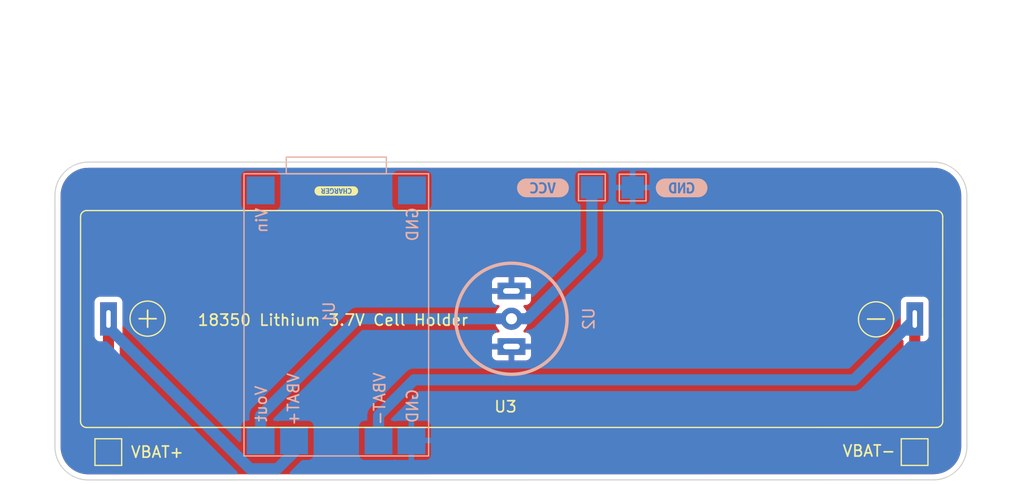
<source format=kicad_pcb>
(kicad_pcb (version 20211014) (generator pcbnew)
  (layers (0 "F.Cu" signal) (31 "B.Cu" signal) (34 "B.Paste" user) (35 "F.Paste" user) (36 "B.SilkS" user "B.Silkscreen") (37 "F.SilkS" user "F.Silkscreen") (38 "B.Mask" user) (39 "F.Mask" user) (44 "Edge.Cuts" user))
  (net 0 "")
  (net 3 "Net-(U1-Pad3)")
  (net 4 "Net-(U1-Pad5)")
  (net 5 "Net-(U1-Pad6)")
  (net 6 "GND")
  (footprint "TestPoint:TestPoint_Pad_2.0x2.0mm" (layer "F.Cu") (at 102.8 102.5)
    (fp_text reference "VBAT+" (at 4.4 0) (layer "F.SilkS"))
    (fp_text value "TestPoint_Pad_2.0x2.0mm")
    (fp_line (start -1.2 1.2) (end -1.2 -1.2) (layer "F.SilkS") (width 0.12))
    (fp_line (start -1.2 -1.2) (end 1.2 -1.2) (layer "F.SilkS") (width 0.12))
    (fp_line (start 1.2 1.2) (end -1.2 1.2) (layer "F.SilkS") (width 0.12))
    (fp_line (start 1.2 -1.2) (end 1.2 1.2) (layer "F.SilkS") (width 0.12))
    (pad "1" smd rect locked (at 0 0) (size 2 2) (layers "F.Cu" "F.Mask") (net 4 "Net-(U1-Pad5)"))
  )
  (footprint "TestPoint:TestPoint_Pad_2.0x2.0mm" (layer "F.Cu") (at 175.3 102.5)
    (fp_text reference "VBAT-" (at -4.1 -0.1) (layer "F.SilkS"))
    (fp_text value "TestPoint_Pad_2.0x2.0mm")
    (fp_line (start 1.2 -1.2) (end 1.2 1.2) (layer "F.SilkS") (width 0.12))
    (fp_line (start 1.2 1.2) (end -1.2 1.2) (layer "F.SilkS") (width 0.12))
    (fp_line (start -1.2 1.2) (end -1.2 -1.2) (layer "F.SilkS") (width 0.12))
    (fp_line (start -1.2 -1.2) (end 1.2 -1.2) (layer "F.SilkS") (width 0.12))
    (pad "1" smd rect locked (at 0 0) (size 2 2) (layers "F.Cu" "F.Mask") (net 5 "Net-(U1-Pad6)"))
  )
  (footprint "NewLibraryFootprint:18350-Holder" (layer "F.Cu") (at 175.314644 90.521091)
    (fp_text reference "U3" (at -36.8 7.9 unlocked) (layer "F.SilkS"))
    (fp_text value "18350-HOLDER")
    (fp_text user "-" (at -3.481138 -0.15 unlocked) (layer "F.SilkS") (effects (font (size 2 2))))
    (fp_text user "18350 Lithium 3.7V Cell Holder" (at -52.314644 0.1 unlocked) (layer "F.SilkS"))
    (fp_text user "+" (at -68.981138 -0.181138 unlocked) (layer "F.SilkS") (effects (font (size 2 2))))
    (fp_line (start -74.464644 9.764644) (end 1.961091 9.761091) (layer "F.SilkS") (width 0.12))
    (fp_line (start -75.011091 -9.211091) (end -75.014644 9.214644) (layer "F.SilkS") (width 0.12))
    (fp_line (start 2.5 0) (end 2.511091 -9.211091) (layer "F.SilkS") (width 0.12))
    (fp_line (start -74.461091 -9.761091) (end 1.961091 -9.761091) (layer "F.SilkS") (width 0.12))
    (fp_line (start 2.511091 9.211091) (end 2.5 0) (layer "F.SilkS") (width 0.12))
    (fp_arc (start -74.464644 9.764644) (mid -74.853553 9.603553) (end -75.014644 9.214644) (layer "F.SilkS") (width 0.12))
    (fp_arc (start 1.961091 -9.761091) (mid 2.350002 -9.600002) (end 2.511091 -9.211091) (layer "F.SilkS") (width 0.12))
    (fp_arc (start 2.511091 9.211091) (mid 2.349999 9.599999) (end 1.961091 9.761091) (layer "F.SilkS") (width 0.12))
    (fp_arc (start -75.011091 -9.211091) (mid -74.85 -9.6) (end -74.461091 -9.761091) (layer "F.SilkS") (width 0.12))
    (fp_circle (center -68.981138 -0.031138) (end -67.481138 -0.531138) (layer "F.SilkS") (width 0.12) (fill none))
    (fp_circle (center -3.481138 0.031984) (end -1.981138 -0.468016) (layer "F.SilkS") (width 0.12) (fill none))
    (pad "1" thru_hole rect locked (at -72.5 0 270) (size 3 1.5) (drill oval 1.6 0.4) (layers *.Cu *.Mask) (net 4 "Net-(U1-Pad5)"))
    (pad "2" thru_hole rect locked (at 0 0 90) (size 3 1.5) (drill oval 1.6 0.4) (layers *.Cu *.Mask) (net 5 "Net-(U1-Pad6)"))
  )
  (footprint "kibuzzard-63271A4C" (layer "F.Cu") (at 123.3 79 180)
    (fp_text reference "kibuzzard-63271A4C" hide)
    (fp_text value "G***" hide)
    (fp_poly (pts (xy -0.404019 -0.150019) (xy -0.418703 -0.097234) (xy -0.431403 -0.048022) (xy -0.442516 0.000794) (xy -0.452438 0.051594) (xy -0.356394 0.051594) (xy -0.365919 0.000794) (xy -0.376634 -0.048022) (xy -0.389334 -0.097234) (xy -0.404019 -0.150019)) (layer "F.SilkS") (width 0) (fill solid))
    (fp_poly (pts (xy 1.242219 -0.090488) (xy 1.236266 -0.124222) (xy 1.218406 -0.147638) (xy 1.190823 -0.16133) (xy 1.1557 -0.165894) (xy 1.142206 -0.165497) (xy 1.126331 -0.163513) (xy 1.126331 -0.015875) (xy 1.147763 -0.015875) (xy 1.190823 -0.020737) (xy 1.219994 -0.035322) (xy 1.242219 -0.090488)) (layer "F.SilkS") (width 0) (fill solid))
    (fp_poly (pts (xy 0.051594 -0.090488) (xy 0.045641 -0.124222) (xy 0.027781 -0.147638) (xy 0.000198 -0.16133) (xy -0.034925 -0.165894) (xy -0.048419 -0.165497) (xy -0.064294 -0.163513) (xy -0.064294 -0.015875) (xy -0.042862 -0.015875) (xy 0.000198 -0.020737) (xy 0.029369 -0.035322) (xy 0.051594 -0.090488)) (layer "F.SilkS") (width 0) (fill solid))
    (fp_poly (pts (xy -1.373981 -0.421746) (xy -1.539346 -0.421746) (xy -1.580684 -0.419715) (xy -1.621624 -0.413642) (xy -1.661772 -0.403586) (xy -1.700741 -0.389642) (xy -1.738155 -0.371947) (xy -1.773655 -0.350669) (xy -1.806899 -0.326014) (xy -1.837565 -0.298219) (xy -1.86536 -0.267553) (xy -1.890015 -0.234309) (xy -1.911292 -0.19881) (xy -1.928988 -0.161395) (xy -1.942931 -0.122426) (xy -1.952988 -0.082279) (xy -1.959061 -0.041338) (xy -1.961092 0) (xy -1.959061 0.041338) (xy -1.952988 0.082279) (xy -1.942931 0.122426) (xy -1.928988 0.161395) (xy -1.911292 0.19881) (xy -1.890015 0.234309) (xy -1.86536 0.267553) (xy -1.837565 0.298219) (xy -1.806899 0.326014) (xy -1.773655 0.350669) (xy -1.738155 0.371947) (xy -1.700741 0.389642) (xy -1.661772 0.403586) (xy -1.621624 0.413642) (xy -1.580684 0.419715) (xy -1.539346 0.421746) (xy -1.373981 0.421746) (xy -1.160463 0.421746) (xy -1.160463 0.256381) (xy -1.224315 0.248973) (xy -1.277232 0.226748) (xy -1.319213 0.189706) (xy -1.343174 0.152846) (xy -1.360289 0.108942) (xy -1.370558 0.057993) (xy -1.373981 0) (xy -1.369814 -0.057745) (xy -1.357313 -0.108744) (xy -1.33737 -0.152698) (xy -1.310878 -0.189309) (xy -1.278334 -0.218281) (xy -1.240234 -0.239316) (xy -1.197471 -0.252115) (xy -1.150938 -0.256381) (xy -1.103709 -0.252016) (xy -1.0668 -0.242094) (xy -1.040209 -0.230188) (xy -1.023938 -0.220663) (xy -1.049338 -0.142875) (xy -1.093391 -0.163116) (xy -1.152525 -0.17145) (xy -1.197372 -0.163116) (xy -1.236266 -0.135334) (xy -1.264047 -0.083344) (xy -1.272084 -0.046831) (xy -1.274763 -0.002381) (xy -1.271543 0.049345) (xy -1.261886 0.09234) (xy -1.245791 0.126603) (xy -1.207591 0.160238) (xy -1.150938 0.17145) (xy -1.087834 0.162719) (xy -1.04775 0.145256) (xy -1.023144 0.22225) (xy -1.079103 0.245666) (xy -1.117104 0.253702) (xy -1.160463 0.256381) (xy -1.160463 0.421746) (xy -0.637381 0.421746) (xy -0.637381 0.246062) (xy -0.735013 0.246062) (xy -0.735013 0.029369) (xy -0.865188 0.029369) (xy -0.865188 0.246062) (xy -0.962819 0.246062) (xy -0.962819 -0.245269) (xy -0.865188 -0.245269) (xy -0.865188 -0.051594) (xy -0.735013 -0.051594) (xy -0.735013 -0.245269) (xy -0.637381 -0.245269) (xy -0.637381 0.246062) (xy -0.637381 0.421746) (xy -0.316706 0.421746) (xy -0.316706 0.246062) (xy -0.339725 0.132556) (xy -0.470694 0.132556) (xy -0.492919 0.246062) (xy -0.594519 0.246062) (xy -0.580517 0.188992) (xy -0.566452 0.133985) (xy -0.552323 0.081042) (xy -0.538131 0.030162) (xy -0.523875 -0.018653) (xy -0.506164 -0.077614) (xy -0.488752 -0.135037) (xy -0.471636 -0.190922) (xy -0.454819 -0.245269) (xy -0.348456 -0.245269) (xy -0.331019 -0.190475) (xy -0.31363 -0.134045) (xy -0.296292 -0.075977) (xy -0.279003 -0.016272) (xy -0.265271 0.032956) (xy -0.251698 0.083804) (xy -0.238284 0.136271) (xy -0.225028 0.190357) (xy -0.211931 0.246062) (xy -0.316706 0.246062) (xy -0.316706 0.421746) (xy 0.183356 0.421746) (xy 0.183356 0.246062) (xy 0.080963 0.246062) (xy 0.061218 0.19933) (xy 0.038497 0.154384) (xy 0.013395 0.110034) (xy -0.013494 0.065087) (xy -0.064294 0.065087) (xy -0.064294 0.246062) (xy -0.161925 0.246062) (xy -0.161925 -0.238125) (xy -0.130572 -0.244078) (xy -0.096044 -0.248047) (xy -0.062706 -0.250031) (xy -0.034925 -0.250825) (xy 0.005159 -0.248444) (xy 0.041275 -0.2413) (xy 0.073025 -0.229195) (xy 0.100013 -0.211931) (xy 0.137716 -0.161528) (xy 0.147538 -0.12829) (xy 0.150813 -0.089694) (xy 0.146447 -0.048816) (xy 0.13335 -0.011906) (xy 0.110133 0.018852) (xy 0.075406 0.041275) (xy 0.103981 0.086916) (xy 0.13335 0.139303) (xy 0.160734 0.194072) (xy 0.183356 0.246062) (xy 0.183356 0.421746) (xy 0.414337 0.421746) (xy 0.414337 0.256381) (xy 0.370582 0.252313) (xy 0.331391 0.240109) (xy 0.29716 0.219869) (xy 0.268288 0.191691) (xy 0.24507 0.155575) (xy 0.227806 0.111522) (xy 0.217091 0.05963) (xy 0.213519 0) (xy 0.217686 -0.059035) (xy 0.230188 -0.110728) (xy 0.249833 -0.15488) (xy 0.275431 -0.191294) (xy 0.306586 -0.21977) (xy 0.3429 -0.240109) (xy 0.383183 -0.252313) (xy 0.426244 -0.256381) (xy 0.477441 -0.252016) (xy 0.516731 -0.242094) (xy 0.544116 -0.230188) (xy 0.560388 -0.220663) (xy 0.534988 -0.142875) (xy 0.492125 -0.162719) (xy 0.439738 -0.17145) (xy 0.381 -0.15875) (xy 0.341709 -0.123428) (xy 0.319484 -0.069453) (xy 0.314424 -0.036413) (xy 0.312738 0) (xy 0.315824 0.053578) (xy 0.325085 0.096837) (xy 0.340519 0.129778) (xy 0.374848 0.161032) (xy 0.422275 0.17145) (xy 0.441325 0.170656) (xy 0.460375 0.168275) (xy 0.460375 -0.011113) (xy 0.558006 -0.011113) (xy 0.558006 0.234156) (xy 0.503634 0.248444) (xy 0.462855 0.254397) (xy 0.414337 0.256381) (xy 0.414337 0.421746) (xy 0.638969 0.421746) (xy 0.638969 0.246062) (xy 0.638969 -0.245269) (xy 0.936625 -0.245269) (xy 0.936625 -0.164306) (xy 0.7366 -0.164306) (xy 0.7366 -0.053975) (xy 0.910431 -0.053975) (xy 0.910431 0.026987) (xy 0.7366 0.026987) (xy 0.7366 0.1651) (xy 0.954088 0.1651) (xy 0.954088 0.246062) (xy 0.638969 0.246062) (xy 0.638969 0.421746) (xy 1.373981 0.421746) (xy 1.373981 0.246062) (xy 1.271588 0.246062) (xy 1.251843 0.19933) (xy 1.229122 0.154384) (xy 1.20402 0.110034) (xy 1.177131 0.065087) (xy 1.126331 0.065087) (xy 1.126331 0.246062) (xy 1.0287 0.246062) (xy 1.0287 -0.238125) (xy 1.060053 -0.244078) (xy 1.094581 -0.248047) (xy 1.127919 -0.250031) (xy 1.1557 -0.250825) (xy 1.195784 -0.248444) (xy 1.2319 -0.2413) (xy 1.26365 -0.229195) (xy 1.290638 -0.211931) (xy 1.328341 -0.161528) (xy 1.338163 -0.12829) (xy 1.341437 -0.089694) (xy 1.337072 -0.048816) (xy 1.323975 -0.011906) (xy 1.300758 0.018852) (xy 1.266031 0.041275) (xy 1.294606 0.086916) (xy 1.323975 0.139303) (xy 1.351359 0.194072) (xy 1.373981 0.246062) (xy 1.373981 0.421746) (xy 1.539346 0.421746) (xy 1.580684 0.419715) (xy 1.621624 0.413642) (xy 1.661772 0.403586) (xy 1.700741 0.389642) (xy 1.738155 0.371947) (xy 1.773655 0.350669) (xy 1.806899 0.326014) (xy 1.837565 0.298219) (xy 1.86536 0.267553) (xy 1.890015 0.234309) (xy 1.911292 0.19881) (xy 1.928988 0.161395) (xy 1.942931 0.122426) (xy 1.952988 0.082279) (xy 1.959061 0.041338) (xy 1.961092 0) (xy 1.959061 -0.041338) (xy 1.952988 -0.082279) (xy 1.942931 -0.122426) (xy 1.928988 -0.161395) (xy 1.911292 -0.19881) (xy 1.890015 -0.234309) (xy 1.86536 -0.267553) (xy 1.837565 -0.298219) (xy 1.806899 -0.326014) (xy 1.773655 -0.350669) (xy 1.738155 -0.371947) (xy 1.700741 -0.389642) (xy 1.661772 -0.403586) (xy 1.621624 -0.413642) (xy 1.580684 -0.419715) (xy 1.539346 -0.421746) (xy 1.373981 -0.421746) (xy -1.373981 -0.421746)) (layer "F.SilkS") (width 0) (fill solid))
  )
  (footprint "kibuzzard-63272085" (layer "B.Cu") (at 154.35 78.72 180)
    (fp_text reference "kibuzzard-63272085" hide)
    (fp_text value "G***" hide)
    (fp_poly (pts (xy 0.677863 -0.333375) (xy 0.695325 -0.334962) (xy 0.712788 -0.334962) (xy 0.824706 -0.309562) (xy 0.897731 -0.239712) (xy 0.937419 -0.134144) (xy 0.946348 -0.070048) (xy 0.949325 0) (xy 0.9398 0.123825) (xy 0.906463 0.230188) (xy 0.841375 0.304006) (xy 0.735013 0.331788) (xy 0.706438 0.330994) (xy 0.677863 0.327025) (xy 0.677863 -0.333375)) (layer "B.SilkS") (width 0) (fill solid))
    (fp_poly (pts (xy -1.147762 0.843492) (xy -1.478492 0.843492) (xy -1.561168 0.83943) (xy -1.643049 0.827284) (xy -1.723344 0.807171) (xy -1.801282 0.779285) (xy -1.876111 0.743893) (xy -1.947111 0.701338) (xy -2.013597 0.652028) (xy -2.07493 0.596439) (xy -2.13052 0.535105) (xy -2.179829 0.468619) (xy -2.222385 0.397619) (xy -2.257776 0.32279) (xy -2.285663 0.244853) (xy -2.305776 0.164557) (xy -2.317922 0.082677) (xy -2.321983 0) (xy -2.317922 -0.082677) (xy -2.305776 -0.164557) (xy -2.285663 -0.244853) (xy -2.257776 -0.32279) (xy -2.222385 -0.397619) (xy -2.179829 -0.468619) (xy -2.13052 -0.535105) (xy -2.07493 -0.596439) (xy -2.013597 -0.652028) (xy -1.947111 -0.701338) (xy -1.876111 -0.743893) (xy -1.801282 -0.779285) (xy -1.723344 -0.807171) (xy -1.643049 -0.827284) (xy -1.561168 -0.83943) (xy -1.478492 -0.843492) (xy -1.147762 -0.843492) (xy -0.746125 -0.843492) (xy -0.746125 -0.512762) (xy -0.833636 -0.504627) (xy -0.912019 -0.480219) (xy -0.98048 -0.439737) (xy -1.038225 -0.383381) (xy -1.084659 -0.31115) (xy -1.119187 -0.223044) (xy -1.140619 -0.119261) (xy -1.147762 0) (xy -1.139428 0.11807) (xy -1.114425 0.221456) (xy -1.075134 0.309761) (xy -1.023937 0.382588) (xy -0.961628 0.439539) (xy -0.889 0.480219) (xy -0.808434 0.504627) (xy -0.722312 0.512763) (xy -0.619919 0.504031) (xy -0.541337 0.484188) (xy -0.486569 0.460375) (xy -0.454025 0.441325) (xy -0.504825 0.28575) (xy -0.59055 0.325438) (xy -0.695325 0.3429) (xy -0.8128 0.3175) (xy -0.891381 0.246856) (xy -0.935831 0.138906) (xy -0.945952 0.072827) (xy -0.949325 0) (xy -0.943151 -0.107156) (xy -0.924631 -0.193675) (xy -0.893762 -0.259556) (xy -0.825103 -0.322064) (xy -0.73025 -0.3429) (xy -0.69215 -0.341312) (xy -0.65405 -0.33655) (xy -0.65405 0.022225) (xy -0.458787 0.022225) (xy -0.458787 -0.468312) (xy -0.567531 -0.496887) (xy -0.649089 -0.508794) (xy -0.746125 -0.512762) (xy -0.746125 -0.843492) (xy 0.166688 -0.843492) (xy 0.166688 -0.492125) (xy 0.120915 -0.383205) (xy 0.072496 -0.274461) (xy 0.021431 -0.165894) (xy -0.032279 -0.057326) (xy -0.088635 0.051417) (xy -0.147637 0.160338) (xy -0.147637 -0.492125) (xy -0.32385 -0.492125) (xy -0.32385 0.490538) (xy -0.166687 0.490538) (xy -0.122237 0.417711) (xy -0.077787 0.338931) (xy -0.033933 0.257373) (xy 0.008731 0.176213) (xy 0.049213 0.096441) (xy 0.086519 0.01905) (xy 0.119658 -0.052387) (xy 0.147638 -0.1143) (xy 0.147638 0.490538) (xy 0.32385 0.490538) (xy 0.32385 -0.492125) (xy 0.166688 -0.492125) (xy 0.166688 -0.843492) (xy 0.69215 -0.843492) (xy 0.69215 -0.504825) (xy 0.589756 -0.499269) (xy 0.4826 -0.481012) (xy 0.4826 0.477838) (xy 0.608013 0.496888) (xy 0.71755 0.50165) (xy 0.81022 0.494506) (xy 0.894556 0.473075) (xy 0.968573 0.436364) (xy 1.030288 0.383381) (xy 1.079698 0.313928) (xy 1.116806 0.227806) (xy 1.140023 0.123627) (xy 1.147763 0) (xy 1.13923 -0.126405) (xy 1.113631 -0.232569) (xy 1.072952 -0.319683) (xy 1.019175 -0.388937) (xy 0.953095 -0.441127) (xy 0.875506 -0.477044) (xy 0.787995 -0.49788) (xy 0.69215 -0.504825) (xy 0.69215 -0.843492) (xy 1.147763 -0.843492) (xy 1.478492 -0.843492) (xy 1.561168 -0.83943) (xy 1.643049 -0.827284) (xy 1.723344 -0.807171) (xy 1.801282 -0.779285) (xy 1.876111 -0.743893) (xy 1.947111 -0.701338) (xy 2.013597 -0.652028) (xy 2.07493 -0.596439) (xy 2.13052 -0.535105) (xy 2.179829 -0.468619) (xy 2.222385 -0.397619) (xy 2.257776 -0.32279) (xy 2.285663 -0.244853) (xy 2.305776 -0.164557) (xy 2.317922 -0.082677) (xy 2.321983 0) (xy 2.317922 0.082677) (xy 2.305776 0.164557) (xy 2.285663 0.244853) (xy 2.257776 0.32279) (xy 2.222385 0.397619) (xy 2.179829 0.468619) (xy 2.13052 0.535105) (xy 2.07493 0.596439) (xy 2.013597 0.652028) (xy 1.947111 0.701338) (xy 1.876111 0.743893) (xy 1.801282 0.779285) (xy 1.723344 0.807171) (xy 1.643049 0.827284) (xy 1.561168 0.83943) (xy 1.478492 0.843492) (xy 1.147763 0.843492) (xy -1.147762 0.843492)) (layer "B.SilkS") (width 0) (fill solid))
  )
  (footprint "NewLibraryFootprint:BatteryCharger4096" (layer "B.Cu") (at 123.3 101.45 -90)
    (fp_text reference "U1" (at -11.5 0.65 90 unlocked) (layer "B.SilkS") (effects (justify mirror)))
    (fp_text value "BatteryCharger4096")
    (fp_text user "VBAT-" (at -3.75 -3.9 90 unlocked) (layer "B.SilkS") (effects (justify mirror)))
    (fp_text user "GND" (at -3.1 -6.85 90 unlocked) (layer "B.SilkS") (effects (justify mirror)))
    (fp_text user "VBAT+" (at -3.7 3.85 90 unlocked) (layer "B.SilkS") (effects (justify mirror)))
    (fp_text user "Vin" (at -19.8 6.7 90 unlocked) (layer "B.SilkS") (effects (justify mirror)))
    (fp_text user "Vout" (at -3.3 6.75 90 unlocked) (layer "B.SilkS") (effects (justify mirror)))
    (fp_text user "GND" (at -19.45 -6.85 90 unlocked) (layer "B.SilkS") (effects (justify mirror)))
    (fp_line (start -24 4.5) (end -25.5 4.5) (layer "B.SilkS") (width 0.12))
    (fp_line (start -25.5 4.5) (end -25.5 -4.5) (layer "B.SilkS") (width 0.12))
    (fp_line (start -24 8.3) (end -24 -8.3) (layer "B.SilkS") (width 0.12))
    (fp_line (start 1.4 8.3) (end -24 8.3) (layer "B.SilkS") (width 0.12))
    (fp_line (start -25.5 -4.5) (end -24 -4.5) (layer "B.SilkS") (width 0.12))
    (fp_line (start 1.4 -8.3) (end 1.4 8.3) (layer "B.SilkS") (width 0.12))
    (fp_line (start -24 -4.5) (end -24 4.5) (layer "B.SilkS") (width 0.12))
    (fp_line (start -24 -8.3) (end 1.4 -8.3) (layer "B.SilkS") (width 0.12))
    (pad "1" smd rect locked (at -22.5 6.8 270) (size 2.5 2.5) (layers "B.Cu" "B.Paste" "B.Mask"))
    (pad "2" smd rect locked (at -22.5 -6.8 270) (size 2.5 2.5) (layers "B.Cu" "B.Paste" "B.Mask"))
    (pad "3" smd rect locked (at 0 6.8 270) (size 2.5 2.5) (layers "B.Cu" "B.Paste" "B.Mask") (net 3 "Net-(U1-Pad3)"))
    (pad "4" smd rect locked (at 0 -6.75 270) (size 2.5 2.5) (layers "B.Cu" "B.Paste" "B.Mask") (net 6 "GND"))
    (pad "5" smd rect locked (at 0 3.8 270) (size 2.5 2.5) (layers "B.Cu" "B.Paste" "B.Mask") (net 4 "Net-(U1-Pad5)"))
    (pad "6" smd rect locked (at 0 -3.8 270) (size 2.5 2.5) (layers "B.Cu" "B.Paste" "B.Mask") (net 5 "Net-(U1-Pad6)"))
  )
  (footprint "kibuzzard-63272079" (layer "B.Cu") (at 141.88 78.72 180)
    (fp_text reference "kibuzzard-63272079" hide)
    (fp_text value "G***" hide)
    (fp_poly (pts (xy -1.1557 0.843492) (xy -1.486429 0.843492) (xy -1.569106 0.83943) (xy -1.650986 0.827284) (xy -1.731282 0.807171) (xy -1.809219 0.779285) (xy -1.884048 0.743893) (xy -1.955048 0.701338) (xy -2.021535 0.652028) (xy -2.082868 0.596439) (xy -2.138457 0.535105) (xy -2.187767 0.468619) (xy -2.230322 0.397619) (xy -2.265714 0.32279) (xy -2.2936 0.244853) (xy -2.313713 0.164557) (xy -2.325859 0.082677) (xy -2.329921 0) (xy -2.325859 -0.082677) (xy -2.313713 -0.164557) (xy -2.2936 -0.244853) (xy -2.265714 -0.32279) (xy -2.230322 -0.397619) (xy -2.187767 -0.468619) (xy -2.138457 -0.535105) (xy -2.082868 -0.596439) (xy -2.021535 -0.652028) (xy -1.955048 -0.701338) (xy -1.884048 -0.743893) (xy -1.809219 -0.779285) (xy -1.731282 -0.807171) (xy -1.650986 -0.827284) (xy -1.569106 -0.83943) (xy -1.486429 -0.843492) (xy -1.1557 -0.843492) (xy -0.881062 -0.843492) (xy -0.881062 -0.492125) (xy -0.920353 -0.375444) (xy -0.962025 -0.244475) (xy -0.990071 -0.152488) (xy -1.017058 -0.060678) (xy -1.042988 0.030956) (xy -1.067506 0.120826) (xy -1.09026 0.207345) (xy -1.11125 0.290513) (xy -1.137444 0.401638) (xy -1.1557 0.490538) (xy -0.949325 0.490538) (xy -0.937419 0.408186) (xy -0.92075 0.313531) (xy -0.900708 0.211138) (xy -0.878681 0.105569) (xy -0.854869 -0.000794) (xy -0.829469 -0.105569) (xy -0.803473 -0.204192) (xy -0.777875 -0.2921) (xy -0.752475 -0.205383) (xy -0.727075 -0.107156) (xy -0.702469 -0.002381) (xy -0.67945 0.103981) (xy -0.658019 0.209748) (xy -0.638175 0.312738) (xy -0.620712 0.407988) (xy -0.606425 0.490538) (xy -0.401637 0.490538) (xy -0.42287 0.389731) (xy -0.448469 0.277813) (xy -0.478234 0.157361) (xy -0.511969 0.030956) (xy -0.536575 -0.055827) (xy -0.562769 -0.143669) (xy -0.59055 -0.232569) (xy -0.619478 -0.321028) (xy -0.649111 -0.407547) (xy -0.67945 -0.492125) (xy -0.881062 -0.492125) (xy -0.881062 -0.843492) (xy 0.087313 -0.843492) (xy 0.087313 -0.512762) (xy -0.040393 -0.497946) (xy -0.146226 -0.453496) (xy -0.230187 -0.379412) (xy -0.27811 -0.305693) (xy -0.312341 -0.217884) (xy -0.332879 -0.115987) (xy -0.339725 0) (xy -0.331391 0.115491) (xy -0.306387 0.217488) (xy -0.266502 0.305395) (xy -0.213519 0.378619) (xy -0.148431 0.436563) (xy -0.072231 0.478631) (xy 0.013295 0.50423) (xy 0.106363 0.512763) (xy 0.200819 0.504031) (xy 0.274638 0.484188) (xy 0.327819 0.460375) (xy 0.360363 0.441325) (xy 0.309562 0.28575) (xy 0.221456 0.326231) (xy 0.103188 0.3429) (xy 0.013494 0.326231) (xy -0.064294 0.270669) (xy -0.119856 0.166688) (xy -0.13593 0.093663) (xy -0.141287 0.004763) (xy -0.134849 -0.09869) (xy -0.115535 -0.184679) (xy -0.083344 -0.253206) (xy -0.006945 -0.320477) (xy 0.106363 -0.3429) (xy 0.232569 -0.325437) (xy 0.312738 -0.290512) (xy 0.36195 -0.4445) (xy 0.250031 -0.491331) (xy 0.17403 -0.507405) (xy 0.087313 -0.512762) (xy 0.087313 -0.843492) (xy 0.881063 -0.843492) (xy 0.881063 -0.512762) (xy 0.753357 -0.497946) (xy 0.647524 -0.453496) (xy 0.563563 -0.379412) (xy 0.51564 -0.305693) (xy 0.481409 -0.217884) (xy 0.460871 -0.115987) (xy 0.454025 0) (xy 0.462359 0.115491) (xy 0.487363 0.217488) (xy 0.527248 0.305395) (xy 0.580231 0.378619) (xy 0.645319 0.436563) (xy 0.721519 0.478631) (xy 0.807045 0.50423) (xy 0.900113 0.512763) (xy 0.994569 0.504031) (xy 1.068388 0.484188) (xy 1.121569 0.460375) (xy 1.154113 0.441325) (xy 1.103313 0.28575) (xy 1.015206 0.326231) (xy 0.896938 0.3429) (xy 0.807244 0.326231) (xy 0.729456 0.270669) (xy 0.673894 0.166688) (xy 0.65782 0.093663) (xy 0.652463 0.004763) (xy 0.658901 -0.09869) (xy 0.678215 -0.184679) (xy 0.710406 -0.253206) (xy 0.786805 -0.320477) (xy 0.900113 -0.3429) (xy 1.026319 -0.325437) (xy 1.106488 -0.290512) (xy 1.1557 -0.4445) (xy 1.043781 -0.491331) (xy 0.96778 -0.507405) (xy 0.881063 -0.512762) (xy 0.881063 -0.843492) (xy 1.1557 -0.843492) (xy 1.486429 -0.843492) (xy 1.569106 -0.83943) (xy 1.650986 -0.827284) (xy 1.731282 -0.807171) (xy 1.809219 -0.779285) (xy 1.884048 -0.743893) (xy 1.955048 -0.701338) (xy 2.021535 -0.652028) (xy 2.082868 -0.596439) (xy 2.138457 -0.535105) (xy 2.187767 -0.468619) (xy 2.230322 -0.397619) (xy 2.265714 -0.32279) (xy 2.2936 -0.244853) (xy 2.313713 -0.164557) (xy 2.325859 -0.082677) (xy 2.329921 0) (xy 2.325859 0.082677) (xy 2.313713 0.164557) (xy 2.2936 0.244853) (xy 2.265714 0.32279) (xy 2.230322 0.397619) (xy 2.187767 0.468619) (xy 2.138457 0.535105) (xy 2.082868 0.596439) (xy 2.021535 0.652028) (xy 1.955048 0.701338) (xy 1.884048 0.743893) (xy 1.809219 0.779285) (xy 1.731282 0.807171) (xy 1.650986 0.827284) (xy 1.569106 0.83943) (xy 1.486429 0.843492) (xy 1.1557 0.843492) (xy -1.1557 0.843492)) (layer "B.SilkS") (width 0) (fill solid))
  )
  (footprint "TestPoint:TestPoint_Pad_2.0x2.0mm" (layer "B.Cu") (at 149.95 78.69 180)
    (fp_text reference "REF**" hide)
    (fp_text value "TestPoint_Pad_2.0x2.0mm" hide)
    (fp_line (start -1.2 1.2) (end 1.2 1.2) (layer "B.SilkS") (width 0.12))
    (fp_line (start 1.2 1.2) (end 1.2 -1.2) (layer "B.SilkS") (width 0.12))
    (fp_line (start 1.2 -1.2) (end -1.2 -1.2) (layer "B.SilkS") (width 0.12))
    (fp_line (start -1.2 -1.2) (end -1.2 1.2) (layer "B.SilkS") (width 0.12))
    (pad "1" smd rect locked (at 0 0 180) (size 2 2) (layers "B.Cu" "B.Mask") (net 6 "GND"))
  )
  (footprint "NewLibraryFootprint:MagneticInput" (layer "B.Cu") (at 139.05 90.5 -90)
    (fp_text reference "U2" (at 0 -6.95 90 unlocked) (layer "B.SilkS") (effects (justify mirror)))
    (fp_text value "MagneticInput")
    (fp_circle (center 0 0) (end 5 0) (layer "B.SilkS") (width 0.3) (fill none))
    (pad "1" thru_hole circle locked (at 0 0 180) (size 2 2) (drill 1) (layers *.Cu *.Mask) (net 3 "Net-(U1-Pad3)"))
    (pad "2" thru_hole rect locked (at -2.5 0 180) (size 2.5 1.5) (drill oval 1.5 0.5) (layers *.Cu *.Mask) (net 6 "GND"))
    (pad "3" thru_hole rect locked (at 2.5 0 180) (size 2.5 1.5) (drill oval 1.5 0.5) (layers *.Cu *.Mask) (net 6 "GND"))
  )
  (footprint "TestPoint:TestPoint_Pad_2.0x2.0mm" (layer "B.Cu") (at 146.28 78.68 180)
    (fp_text reference "REF**" hide)
    (fp_text value "TestPoint_Pad_2.0x2.0mm" hide)
    (fp_line (start 1.2 1.2) (end 1.2 -1.2) (layer "B.SilkS") (width 0.12))
    (fp_line (start -1.2 -1.2) (end -1.2 1.2) (layer "B.SilkS") (width 0.12))
    (fp_line (start 1.2 -1.2) (end -1.2 -1.2) (layer "B.SilkS") (width 0.12))
    (fp_line (start -1.2 1.2) (end 1.2 1.2) (layer "B.SilkS") (width 0.12))
    (pad "1" smd rect locked (at 0 0 180) (size 2 2) (layers "B.Cu" "B.Mask") (net 3 "Net-(U1-Pad3)"))
  )
  (gr_arc locked (start 177.02 76.40132) (mid 179.128383 77.287059) (end 180 79.40132) (layer "Edge.Cuts") (width 0.1))
  (gr_line locked (start 180 79.40132) (end 180 102) (layer "Edge.Cuts") (width 0.1))
  (gr_arc locked (start 98.00132 79.40132) (mid 98.876 77.283998) (end 100.99 76.40132) (layer "Edge.Cuts") (width 0.1))
  (gr_line locked (start 98.00132 102.00868) (end 98.00132 79.40132) (layer "Edge.Cuts") (width 0.1))
  (gr_arc locked (start 180 102) (mid 179.12132 104.12132) (end 177 105) (layer "Edge.Cuts") (width 0.1))
  (gr_arc locked (start 100.97 105.00868) (mid 98.868938 104.118963) (end 98.00132 102.00868) (layer "Edge.Cuts") (width 0.1))
  (gr_line locked (start 177 105) (end 100.97 105.00868) (layer "Edge.Cuts") (width 0.1))
  (gr_line locked (start 100.99 76.40132) (end 177.02 76.40132) (layer "Edge.Cuts") (width 0.1))
  (segment locked (start 116.5 101.45) (end 116.5 99.2) (width 1) (layer "B.Cu") (net 3))
  (segment locked (start 146.28 84.684213) (end 140.464213 90.5) (width 1) (layer "B.Cu") (net 3))
  (segment locked (start 146.28 78.68) (end 146.28 84.684213) (width 1) (layer "B.Cu") (net 3))
  (segment locked (start 140.464213 90.5) (end 139.05 90.5) (width 1) (layer "B.Cu") (net 3))
  (segment locked (start 116.5 99.2) (end 125.2 90.5) (width 1) (layer "B.Cu") (net 3))
  (segment locked (start 125.2 90.5) (end 139.05 90.5) (width 1) (layer "B.Cu") (net 3))
  (segment locked (start 102.814644 90.521091) (end 102.814644 102.485356) (width 1) (layer "F.Cu") (net 4))
  (segment locked (start 102.814644 102.485356) (end 102.8 102.5) (width 1) (layer "F.Cu") (net 4))
  (segment locked (start 102.814644 90.521091) (end 102.814644 91.271091) (width 1) (layer "B.Cu") (net 4))
  (segment locked (start 118 104) (end 119.5 102.5) (width 1) (layer "B.Cu") (net 4))
  (segment locked (start 102.814644 91.271091) (end 115.543553 104) (width 1) (layer "B.Cu") (net 4))
  (segment locked (start 119.5 102.5) (end 119.5 101.45) (width 1) (layer "B.Cu") (net 4))
  (segment locked (start 115.543553 104) (end 118 104) (width 1) (layer "B.Cu") (net 4))
  (segment locked (start 175.314644 102.485356) (end 175.3 102.5) (width 1) (layer "F.Cu") (net 5))
  (segment locked (start 175.314644 90.521091) (end 175.314644 102.485356) (width 1) (layer "F.Cu") (net 5))
  (segment locked (start 175.314644 90.521091) (end 169.835735 96) (width 1) (layer "B.Cu") (net 5))
  (segment locked (start 130.3 96) (end 169.835735 96) (width 1) (layer "B.Cu") (net 5))
  (segment locked (start 127.1 101.45) (end 127.1 99.2) (width 1) (layer "B.Cu") (net 5))
  (segment locked (start 127.1 99.2) (end 130.3 96) (width 1) (layer "B.Cu") (net 5))
  (zone locked (net 6) (net_name "GND") (layers F&B.Cu) (connect_pads (clearance 0.508)) (min_thickness 0.254) (fill yes (thermal_gap 0.508) (thermal_bridge_width 0.508))
    (polygon (pts (xy 180 105) (xy 98 105) (xy 98 76.4) (xy 180 76.4)))
  )
)
</source>
